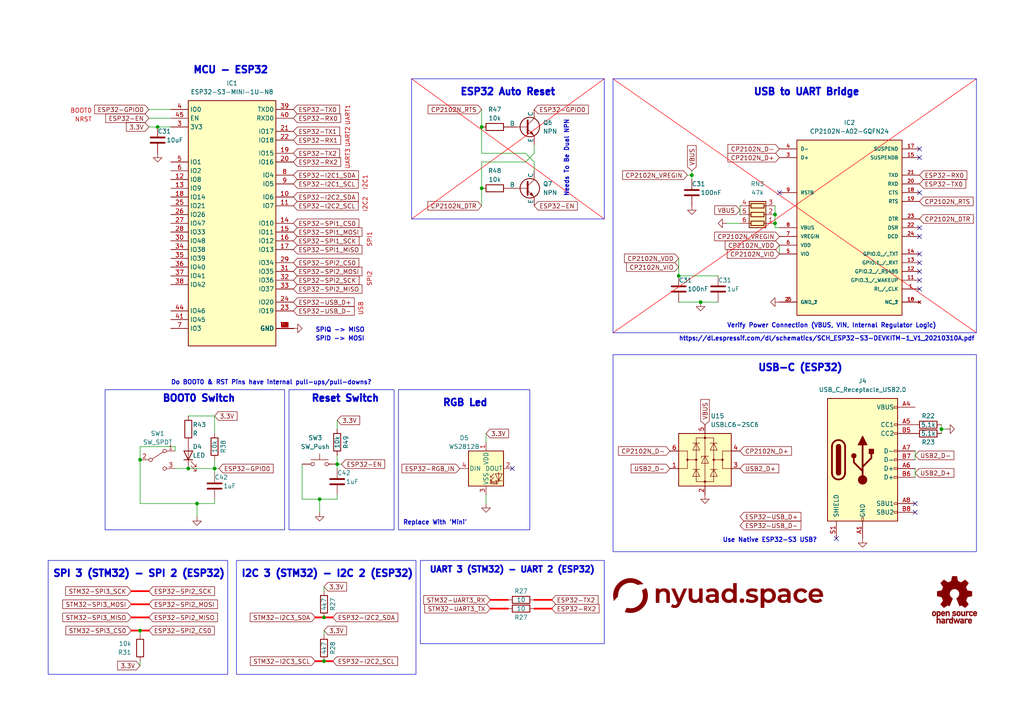
<source format=kicad_sch>
(kicad_sch (version 20230121) (generator eeschema)
  (paper "A4")
  (title_block (title "MCU - ESP32 Schematic") (company "Aether Flight Computer") (comment 7 "Aether Flight Computer"))
  (lib_symbols
    (symbol "CP2102N-A02-GQFN24:CP2102N-A02-GQFN24" (pin_names (offset 1.016))
      (property "Reference" "IC2" (at 0 30.48 0))
      (property "Value" "CP2102N-A02-GQFN24" (at 0 27.94 0))
      (symbol "CP2102N-A02-GQFN24_0_0"
        (pin bidirectional line (at 17.78 -17.78 180) (length 5.08) (name "RI_/_CLK") (number "1"))
        (pin no_connect line (at 17.78 -21.59 180) (length 5.08) (name "NC_1") (number "10"))
        (pin bidirectional line (at 17.78 -15.24 180) (length 5.08) (name "GPIO.3_/_WAKEUP") (number "11"))
        (pin bidirectional line (at 17.78 -12.7 180) (length 5.08) (name "GPIO.2_/_RS485") (number "12"))
        (pin bidirectional line (at 17.78 -10.16 180) (length 5.08) (name "GPIO.1_/_RXT") (number "13"))
        (pin bidirectional line (at 17.78 -7.62 180) (length 5.08) (name "GPIO.0_/_TXT") (number "14"))
        (pin output line (at 17.78 20.32 180) (length 5.08) (name "SUSPENDB") (number "15"))
        (pin no_connect line (at 17.78 -21.59 180) (length 5.08) (name "NC_2") (number "16"))
        (pin output line (at 17.78 22.86 180) (length 5.08) (name "SUSPEND") (number "17"))
        (pin bidirectional line (at 17.78 10.16 180) (length 5.08) (name "CTS") (number "18"))
        (pin output line (at 17.78 7.62 180) (length 5.08) (name "RTS") (number "19"))
        (pin power_in line (at -22.86 -21.59 0) (length 5.08) (name "GND_1") (number "2"))
        (pin input line (at 17.78 12.7 180) (length 5.08) (name "RXD") (number "20"))
        (pin output line (at 17.78 15.24 180) (length 5.08) (name "TXD") (number "21"))
        (pin bidirectional line (at 17.78 0 180) (length 5.08) (name "DSR") (number "22"))
        (pin bidirectional line (at 17.78 2.54 180) (length 5.08) (name "DTR") (number "23"))
        (pin bidirectional line (at 17.78 -2.54 180) (length 5.08) (name "DCD") (number "24"))
        (pin power_in line (at -22.86 -21.59 0) (length 5.08) (name "GND_2") (number "25"))
        (pin bidirectional line (at -22.86 20.32 0) (length 5.08) (name "D+") (number "3"))
        (pin bidirectional line (at -22.86 22.86 0) (length 5.08) (name "D-") (number "4"))
        (pin power_in line (at -22.86 -7.62 0) (length 5.08) (name "VIO") (number "5"))
        (pin power_in line (at -22.86 -5.08 0) (length 5.08) (name "VDD") (number "6"))
        (pin power_in line (at -22.86 -2.54 0) (length 5.08) (name "VREGIN") (number "7"))
        (pin power_in line (at -22.86 0 0) (length 5.08) (name "VBUS") (number "8"))
        (pin bidirectional line (at -22.86 10.16 0) (length 5.08) (name "RSTB") (number "9"))
      )
    )
    (symbol "Connector:USB_C_Receptacle_USB2.0" (pin_names (offset 1.016))
      (property "Reference" "J" (at -10.16 19.05 0))
      (property "Value" "USB_C_Receptacle_USB2.0" (at 19.05 19.05 0))
      (symbol "USB_C_Receptacle_USB2.0_1_1"
        (pin passive line (at 0 -22.86 90) (length 5.08) (name "GND") (number "A1"))
        (pin passive line (at 0 -22.86 90) (length 5.08) hide (name "GND") (number "A12"))
        (pin passive line (at 15.24 15.24 180) (length 5.08) (name "VBUS") (number "A4"))
        (pin bidirectional line (at 15.24 10.16 180) (length 5.08) (name "CC1") (number "A5"))
        (pin bidirectional line (at 15.24 -2.54 180) (length 5.08) (name "D+") (number "A6"))
        (pin bidirectional line (at 15.24 2.54 180) (length 5.08) (name "D-") (number "A7"))
        (pin bidirectional line (at 15.24 -12.7 180) (length 5.08) (name "SBU1") (number "A8"))
        (pin passive line (at 15.24 15.24 180) (length 5.08) hide (name "VBUS") (number "A9"))
        (pin passive line (at 0 -22.86 90) (length 5.08) hide (name "GND") (number "B1"))
        (pin passive line (at 0 -22.86 90) (length 5.08) hide (name "GND") (number "B12"))
        (pin passive line (at 15.24 15.24 180) (length 5.08) hide (name "VBUS") (number "B4"))
        (pin bidirectional line (at 15.24 7.62 180) (length 5.08) (name "CC2") (number "B5"))
        (pin bidirectional line (at 15.24 -5.08 180) (length 5.08) (name "D+") (number "B6"))
        (pin bidirectional line (at 15.24 0 180) (length 5.08) (name "D-") (number "B7"))
        (pin bidirectional line (at 15.24 -15.24 180) (length 5.08) (name "SBU2") (number "B8"))
        (pin passive line (at 15.24 15.24 180) (length 5.08) hide (name "VBUS") (number "B9"))
        (pin passive line (at -7.62 -22.86 90) (length 5.08) (name "SHIELD") (number "S1"))
      )
    )
    (symbol "Device:C" (pin_numbers hide) (pin_names (offset 0.254))
      (property "Reference" "C" (at 0.635 2.54 0))
      (property "Value" "C" (at 0.635 -2.54 0))
      (symbol "C_1_1"
        (pin passive line (at 0 3.81 270) (length 2.794) (name "~") (number "1"))
        (pin passive line (at 0 -3.81 90) (length 2.794) (name "~") (number "2"))
      )
    )
    (symbol "Device:LED" (pin_numbers hide) (pin_names (offset 1.016) hide)
      (property "Reference" "D" (at 0 2.54 0))
      (property "Value" "LED" (at 0 -2.54 0))
      (symbol "LED_1_1"
        (pin passive line (at -3.81 0 0) (length 2.54) (name "K") (number "1"))
        (pin passive line (at 3.81 0 180) (length 2.54) (name "A") (number "2"))
      )
    )
    (symbol "Device:R" (pin_numbers hide) (pin_names (offset 0))
      (property "Reference" "R" (at 2.032 0 90))
      (property "Value" "R" (at 0 0 90))
      (symbol "R_1_1"
        (pin passive line (at 0 3.81 270) (length 1.27) (name "~") (number "1"))
        (pin passive line (at 0 -3.81 90) (length 1.27) (name "~") (number "2"))
      )
    )
    (symbol "Device:R_Pack03" (pin_names (offset 0) hide)
      (property "Reference" "RN" (at -5.08 0 90))
      (property "Value" "R_Pack03" (at 5.08 0 90))
      (symbol "R_Pack03_1_1"
        (pin passive line (at -2.54 -5.08 90) (length 2.54) (name "R1.1") (number "1"))
        (pin passive line (at 0 -5.08 90) (length 2.54) (name "R2.1") (number "2"))
        (pin passive line (at 2.54 -5.08 90) (length 2.54) (name "R3.1") (number "3"))
        (pin passive line (at 2.54 5.08 270) (length 2.54) (name "R3.2") (number "4"))
        (pin passive line (at 0 5.08 270) (length 2.54) (name "R2.2") (number "5"))
        (pin passive line (at -2.54 5.08 270) (length 2.54) (name "R1.2") (number "6"))
      )
    )
    (symbol "ESP32-S3-MINI-1U-N8:ESP32-S3-MINI-1U-N8"
      (property "Reference" "IC1" (at -3.81 40.64 0))
      (property "Value" "ESP32-S3-MINI-1U-N8" (at -3.81 38.1 0))
      (symbol "ESP32-S3-MINI-1U-N8_1_1"
        (pin passive line (at 13.97 -30.48 180) (length 5.08) (name "GND") (number "1"))
        (pin passive line (at 13.97 7.62 180) (length 5.08) (name "IO6") (number "10"))
        (pin passive line (at 13.97 5.08 180) (length 5.08) (name "IO7") (number "11"))
        (pin passive line (at -21.59 12.7 0) (length 5.08) (name "IO8") (number "12"))
        (pin passive line (at -21.59 10.16 0) (length 5.08) (name "IO9") (number "13"))
        (pin passive line (at 13.97 0 180) (length 5.08) (name "IO10") (number "14"))
        (pin passive line (at 13.97 -2.54 180) (length 5.08) (name "IO11") (number "15"))
        (pin passive line (at 13.97 -5.08 180) (length 5.08) (name "IO12") (number "16"))
        (pin passive line (at 13.97 -7.62 180) (length 5.08) (name "IO13") (number "17"))
        (pin passive line (at -21.59 7.62 0) (length 5.08) (name "IO14") (number "18"))
        (pin passive line (at 13.97 20.32 180) (length 5.08) (name "IO15") (number "19"))
        (pin passive line (at 13.97 -30.48 180) (length 5.08) (name "GND") (number "2"))
        (pin passive line (at 13.97 17.78 180) (length 5.08) (name "IO16") (number "20"))
        (pin passive line (at 13.97 26.67 180) (length 5.08) (name "IO17") (number "21"))
        (pin passive line (at 13.97 24.13 180) (length 5.08) (name "IO18") (number "22"))
        (pin passive line (at 13.97 -25.4 180) (length 5.08) (name "IO19") (number "23"))
        (pin passive line (at 13.97 -22.86 180) (length 5.08) (name "IO20") (number "24"))
        (pin passive line (at -21.59 5.08 0) (length 5.08) (name "IO21") (number "25"))
        (pin passive line (at -21.59 2.54 0) (length 5.08) (name "IO26") (number "26"))
        (pin passive line (at -21.59 0 0) (length 5.08) (name "IO47") (number "27"))
        (pin passive line (at -21.59 -2.54 0) (length 5.08) (name "IO33") (number "28"))
        (pin passive line (at 13.97 -11.43 180) (length 5.08) (name "IO34") (number "29"))
        (pin passive line (at -21.59 27.94 0) (length 5.08) (name "3V3") (number "3"))
        (pin passive line (at -21.59 -5.08 0) (length 5.08) (name "IO48") (number "30"))
        (pin passive line (at 13.97 -13.97 180) (length 5.08) (name "IO35") (number "31"))
        (pin passive line (at 13.97 -16.51 180) (length 5.08) (name "IO36") (number "32"))
        (pin passive line (at 13.97 -19.05 180) (length 5.08) (name "IO37") (number "33"))
        (pin passive line (at -21.59 -7.62 0) (length 5.08) (name "IO38") (number "34"))
        (pin passive line (at -21.59 -10.16 0) (length 5.08) (name "IO39") (number "35"))
        (pin passive line (at -21.59 -12.7 0) (length 5.08) (name "IO40") (number "36"))
        (pin passive line (at -21.59 -15.24 0) (length 5.08) (name "IO41") (number "37"))
        (pin passive line (at -21.59 -17.78 0) (length 5.08) (name "IO42") (number "38"))
        (pin passive line (at 13.97 33.02 180) (length 5.08) (name "TXD0") (number "39"))
        (pin passive line (at -21.59 33.02 0) (length 5.08) (name "IO0") (number "4"))
        (pin passive line (at 13.97 30.48 180) (length 5.08) (name "RXD0") (number "40"))
        (pin passive line (at -21.59 -27.94 0) (length 5.08) (name "IO45") (number "41"))
        (pin passive line (at 13.97 -30.48 180) (length 5.08) (name "GND") (number "42"))
        (pin passive line (at 13.97 -30.48 180) (length 5.08) (name "GND") (number "43"))
        (pin passive line (at -21.59 -25.4 0) (length 5.08) (name "IO46") (number "44"))
        (pin passive line (at -21.59 30.48 0) (length 5.08) (name "EN") (number "45"))
        (pin passive line (at 13.97 -30.48 180) (length 5.08) (name "GND") (number "46"))
        (pin passive line (at 13.97 -30.48 180) (length 5.08) (name "GND") (number "47"))
        (pin passive line (at 13.97 -30.48 180) (length 5.08) (name "GND") (number "48"))
        (pin passive line (at 13.97 -30.48 180) (length 5.08) (name "GND") (number "49"))
        (pin passive line (at -21.59 17.78 0) (length 5.08) (name "IO1") (number "5"))
        (pin passive line (at 13.97 -30.48 180) (length 5.08) (name "GND") (number "50"))
        (pin passive line (at 13.97 -30.48 180) (length 5.08) (name "GND") (number "51"))
        (pin passive line (at 13.97 -30.48 180) (length 5.08) (name "GND") (number "52"))
        (pin passive line (at 13.97 -30.48 180) (length 5.08) (name "GND") (number "53"))
        (pin passive line (at 13.97 -30.48 180) (length 5.08) (name "GND") (number "54"))
        (pin passive line (at 13.97 -30.48 180) (length 5.08) (name "GND") (number "55"))
        (pin passive line (at 13.97 -30.48 180) (length 5.08) (name "GND") (number "56"))
        (pin passive line (at 13.97 -30.48 180) (length 5.08) (name "GND") (number "57"))
        (pin passive line (at 13.97 -30.48 180) (length 5.08) (name "GND") (number "58"))
        (pin passive line (at 13.97 -30.48 180) (length 5.08) (name "GND") (number "59"))
        (pin passive line (at -21.59 15.24 0) (length 5.08) (name "IO2") (number "6"))
        (pin passive line (at 13.97 -30.48 180) (length 5.08) (name "GND") (number "60"))
        (pin passive line (at 13.97 -30.48 180) (length 5.08) (name "GND") (number "61"))
        (pin passive line (at 13.97 -30.48 180) (length 5.08) (name "GND") (number "62"))
        (pin passive line (at 13.97 -30.48 180) (length 5.08) (name "GND") (number "63"))
        (pin passive line (at 13.97 -30.48 180) (length 5.08) (name "GND") (number "64"))
        (pin passive line (at 13.97 -30.48 180) (length 5.08) (name "GND") (number "65"))
        (pin passive line (at 13.97 -30.48 180) (length 5.08) (name "GND") (number "66"))
        (pin passive line (at 13.97 -30.48 180) (length 5.08) (name "GND") (number "67"))
        (pin passive line (at 13.97 -30.48 180) (length 5.08) (name "GND") (number "68"))
        (pin passive line (at 13.97 -30.48 180) (length 5.08) (name "GND") (number "69"))
        (pin passive line (at -21.59 -30.48 0) (length 5.08) (name "IO3") (number "7"))
        (pin passive line (at 13.97 -30.48 180) (length 5.08) (name "GND") (number "70"))
        (pin passive line (at 13.97 -30.48 180) (length 5.08) (name "GND") (number "71"))
        (pin passive line (at 13.97 -30.48 180) (length 5.08) (name "GND") (number "72"))
        (pin passive line (at 13.97 -30.48 180) (length 5.08) (name "GND") (number "73"))
        (pin passive line (at 13.97 13.97 180) (length 5.08) (name "IO4") (number "8"))
        (pin passive line (at 13.97 11.43 180) (length 5.08) (name "IO5") (number "9"))
      )
    )
    (symbol "LED:WS2812B" (pin_names (offset 0.254))
      (property "Reference" "D" (at 5.08 5.715 0))
      (property "Value" "WS2812B" (at 1.27 -5.715 0))
      (symbol "WS2812B_0_0"
        (text "RGB" (at 2.286 -4.191 0) (effects (font (size 0.762 0.762))))
      )
      (symbol "WS2812B_1_1"
        (pin power_in line (at 0 7.62 270) (length 2.54) (name "VDD") (number "1"))
        (pin output line (at 7.62 0 180) (length 2.54) (name "DOUT") (number "2"))
        (pin power_in line (at 0 -7.62 90) (length 2.54) (name "VSS") (number "3"))
        (pin input line (at -7.62 0 0) (length 2.54) (name "DIN") (number "4"))
      )
    )
    (symbol "Power_Protection:USBLC6-2SC6" (pin_names hide)
      (property "Reference" "U" (at 2.54 8.89 0))
      (property "Value" "USBLC6-2SC6" (at 2.54 -8.89 0))
      (symbol "USBLC6-2SC6_1_1"
        (pin passive line (at -10.16 -2.54 0) (length 2.54) (name "I/O1") (number "1"))
        (pin passive line (at 0 -10.16 90) (length 2.54) (name "GND") (number "2"))
        (pin passive line (at 10.16 -2.54 180) (length 2.54) (name "I/O2") (number "3"))
        (pin passive line (at 10.16 2.54 180) (length 2.54) (name "I/O2") (number "4"))
        (pin passive line (at 0 10.16 270) (length 2.54) (name "VBUS") (number "5"))
        (pin passive line (at -10.16 2.54 0) (length 2.54) (name "I/O1") (number "6"))
      )
    )
    (symbol "Simulation_SPICE:NPN" (pin_numbers hide) (pin_names (offset 0))
      (property "Reference" "Q" (at -2.54 7.62 0))
      (property "Value" "NPN" (at -2.54 5.08 0))
      (symbol "NPN_1_1"
        (pin open_collector line (at 2.54 5.08 270) (length 2.54) (name "C") (number "1"))
        (pin input line (at -5.08 0 0) (length 2.54) (name "B") (number "2"))
        (pin open_emitter line (at 2.54 -5.08 90) (length 2.54) (name "E") (number "3"))
      )
    )
    (symbol "Switch:SW_Push" (pin_numbers hide) (pin_names (offset 1.016) hide)
      (property "Reference" "SW" (at 1.27 2.54 0))
      (property "Value" "SW_Push" (at 0 -1.524 0))
      (symbol "SW_Push_0_1"
        (pin passive line (at -5.08 0 0) (length 2.54) (name "1") (number "1"))
        (pin passive line (at 5.08 0 180) (length 2.54) (name "2") (number "2"))
      )
    )
    (symbol "Switch:SW_SPDT" (pin_names (offset 0) hide)
      (property "Reference" "SW" (at 0 4.318 0))
      (property "Value" "SW_SPDT" (at 0 -5.08 0))
      (symbol "SW_SPDT_1_1"
        (pin passive line (at 5.08 2.54 180) (length 2.54) (name "A") (number "1"))
        (pin passive line (at -5.08 0 0) (length 2.54) (name "B") (number "2"))
        (pin passive line (at 5.08 -2.54 180) (length 2.54) (name "C") (number "3"))
      )
    )
    (symbol "nyuad_space:LOGO" (pin_names (offset 1.016)))
    (symbol "osh_logo:LOGO" (pin_names (offset 1.016)))
    (symbol "power:GND" (power) (pin_names (offset 0))
      (property "Value" "GND" (at 0 -3.81 0))
      (symbol "GND_1_1"
        (pin power_in line (at 0 0 270) (length 0) hide (name "GND") (number "1"))
      )
    )
  )
  (junction (at 40.64 133.35))
  (junction (at 54.61 135.89))
  (junction (at 139.7 54.61))
  (junction (at 93.98 191.77))
  (junction (at 92.71 144.78))
  (junction (at 273.05 124.46))
  (junction (at 97.79 134.62))
  (junction (at 224.79 64.77))
  (junction (at 57.15 146.05))
  (junction (at 224.79 62.23))
  (junction (at 40.64 182.88))
  (junction (at 93.98 179.07))
  (junction (at 62.23 135.89))
  (junction (at 45.72 36.83))
  (junction (at 196.85 80.01))
  (junction (at 203.2 87.63))
  (junction (at 139.7 36.83))
  (junction (at 200.66 50.8))
  (no_connect (at 265.43 148.59))
  (no_connect (at 242.57 156.21))
  (no_connect (at 148.59 135.89))
  (no_connect (at 266.7 45.72))
  (no_connect (at 266.7 66.04))
  (no_connect (at 266.7 76.2))
  (no_connect (at 266.7 78.74))
  (no_connect (at 266.7 73.66))
  (no_connect (at 266.7 43.18))
  (no_connect (at 265.43 146.05))
  (no_connect (at 266.7 81.28))
  (no_connect (at 226.06 55.88))
  (no_connect (at 266.7 55.88))
  (no_connect (at 266.7 68.58))
  (no_connect (at 266.7 83.82))
  (wire (pts (xy 152.4 46.99) (xy 154.94 44.45)))
  (wire (pts (xy 57.15 149.86) (xy 57.15 146.05)))
  (wire (pts (xy 93.98 170.18) (xy 93.98 171.45)))
  (wire (pts (xy 93.98 179.07) (xy 91.44 179.07)) (stroke (width 0.5) (color 255 0 0 1)))
  (wire (pts (xy 154.94 49.53) (xy 154.94 46.99)))
  (polyline (pts (xy 283.21 96.52) (xy 177.8 22.86)) (stroke (width 0) (color 255 0 0 1)))
  (wire (pts (xy 57.15 146.05) (xy 62.23 146.05)))
  (wire (pts (xy 226.06 71.12) (xy 226.06 73.66)))
  (wire (pts (xy 265.43 130.81) (xy 265.43 133.35)))
  (wire (pts (xy 97.79 121.92) (xy 97.79 124.46)))
  (wire (pts (xy 49.53 36.83) (xy 45.72 36.83)))
  (wire (pts (xy 200.66 50.8) (xy 200.66 52.07)))
  (wire (pts (xy 62.23 146.05) (xy 62.23 144.78)))
  (wire (pts (xy 139.7 46.99) (xy 152.4 46.99)))
  (wire (pts (xy 50.8 130.81) (xy 50.8 129.54)))
  (wire (pts (xy 54.61 120.65) (xy 62.23 120.65)))
  (wire (pts (xy 45.72 36.83) (xy 43.18 36.83)))
  (wire (pts (xy 57.15 146.05) (xy 40.64 146.05)))
  (wire (pts (xy 97.79 135.89) (xy 97.79 134.62)))
  (wire (pts (xy 92.71 144.78) (xy 87.63 144.78)))
  (wire (pts (xy 224.79 59.69) (xy 224.79 62.23)))
  (wire (pts (xy 210.82 64.77) (xy 214.63 64.77)))
  (wire (pts (xy 160.02 176.53) (xy 154.94 176.53)) (stroke (width 0.5) (color 255 0 0 1)))
  (wire (pts (xy 50.8 135.89) (xy 54.61 135.89)))
  (wire (pts (xy 147.32 176.53) (xy 142.24 176.53)) (stroke (width 0.5) (color 255 0 0 1)))
  (wire (pts (xy 224.79 62.23) (xy 224.79 64.77)))
  (wire (pts (xy 92.71 144.78) (xy 97.79 144.78)))
  (wire (pts (xy 93.98 182.88) (xy 93.98 184.15)))
  (wire (pts (xy 273.05 124.46) (xy 273.05 125.73)))
  (wire (pts (xy 273.05 124.46) (xy 274.32 124.46)))
  (wire (pts (xy 273.05 123.19) (xy 273.05 124.46)))
  (wire (pts (xy 154.94 41.91) (xy 154.94 44.45)))
  (wire (pts (xy 40.64 133.35) (xy 40.64 146.05)))
  (wire (pts (xy 97.79 134.62) (xy 99.06 134.62)))
  (wire (pts (xy 199.39 50.8) (xy 200.66 50.8)))
  (wire (pts (xy 139.7 36.83) (xy 139.7 44.45)))
  (wire (pts (xy 139.7 31.75) (xy 139.7 36.83)))
  (wire (pts (xy 214.63 59.69) (xy 214.63 62.23)))
  (polyline (pts (xy 175.26 63.5) (xy 119.38 22.86)) (stroke (width 0) (color 255 0 0 1)))
  (polyline (pts (xy 175.26 22.86) (xy 119.38 63.5)) (stroke (width 0) (color 255 0 0 1)))
  (wire (pts (xy 139.7 46.99) (xy 139.7 54.61)))
  (wire (pts (xy 97.79 132.08) (xy 97.79 134.62)))
  (wire (pts (xy 224.79 66.04) (xy 226.06 66.04)))
  (wire (pts (xy 43.18 34.29) (xy 49.53 34.29)))
  (wire (pts (xy 196.85 74.93) (xy 196.85 80.01)))
  (wire (pts (xy 43.18 31.75) (xy 49.53 31.75)))
  (wire (pts (xy 96.52 191.77) (xy 93.98 191.77)) (stroke (width 0.5) (color 255 0 0 1)))
  (polyline (pts (xy 177.8 96.52) (xy 283.21 22.86)) (stroke (width 0) (color 255 0 0 1)))
  (wire (pts (xy 50.8 129.54) (xy 40.64 129.54)))
  (wire (pts (xy 97.79 144.78) (xy 97.79 143.51)))
  (wire (pts (xy 154.94 46.99) (xy 152.4 44.45)))
  (wire (pts (xy 87.63 144.78) (xy 87.63 134.62)))
  (wire (pts (xy 43.18 175.26) (xy 38.1 175.26)) (stroke (width 0.5) (color 255 0 0 1)))
  (wire (pts (xy 62.23 120.65) (xy 62.23 125.73)))
  (wire (pts (xy 139.7 54.61) (xy 139.7 59.69)))
  (wire (pts (xy 54.61 135.89) (xy 62.23 135.89)))
  (wire (pts (xy 40.64 129.54) (xy 40.64 133.35)))
  (wire (pts (xy 224.79 64.77) (xy 224.79 66.04)))
  (wire (pts (xy 200.66 49.53) (xy 200.66 50.8)))
  (wire (pts (xy 43.18 171.45) (xy 38.1 171.45)) (stroke (width 0.5) (color 255 0 0 1)))
  (wire (pts (xy 139.7 44.45) (xy 152.4 44.45)))
  (wire (pts (xy 40.64 182.88) (xy 38.1 182.88)) (stroke (width 0.5) (color 255 0 0 1)))
  (wire (pts (xy 62.23 137.16) (xy 62.23 135.89)))
  (wire (pts (xy 265.43 135.89) (xy 265.43 138.43)))
  (wire (pts (xy 196.85 80.01) (xy 208.28 80.01)))
  (wire (pts (xy 203.2 87.63) (xy 208.28 87.63)))
  (wire (pts (xy 40.64 193.04) (xy 40.64 191.77)))
  (wire (pts (xy 43.18 182.88) (xy 40.64 182.88)) (stroke (width 0.5) (color 255 0 0 1)))
  (wire (pts (xy 160.02 173.99) (xy 154.94 173.99)) (stroke (width 0.5) (color 255 0 0 1)))
  (wire (pts (xy 92.71 148.59) (xy 92.71 144.78)))
  (wire (pts (xy 43.18 179.07) (xy 38.1 179.07)) (stroke (width 0.5) (color 255 0 0 1)))
  (wire (pts (xy 62.23 135.89) (xy 63.5 135.89)))
  (wire (pts (xy 40.64 184.15) (xy 40.64 182.88)))
  (wire (pts (xy 147.32 173.99) (xy 142.24 173.99)) (stroke (width 0.5) (color 255 0 0 1)))
  (wire (pts (xy 203.2 87.63) (xy 196.85 87.63)))
  (wire (pts (xy 96.52 179.07) (xy 93.98 179.07)) (stroke (width 0.5) (color 255 0 0 1)))
  (wire (pts (xy 140.97 125.73) (xy 140.97 128.27)))
  (wire (pts (xy 140.97 146.05) (xy 140.97 143.51)))
  (wire (pts (xy 62.23 133.35) (xy 62.23 135.89)))
  (wire (pts (xy 93.98 191.77) (xy 91.44 191.77)) (stroke (width 0.5) (color 255 0 0 1)))
  (rectangle (start 83.82 113.03) (end 114.3 153.67))
  (rectangle (start 115.57 113.03) (end 153.67 153.67))
  (rectangle (start 68.58 162.56) (end 120.65 195.58))
  (rectangle (start 13.97 162.56) (end 66.04 195.58))
  (rectangle (start 121.92 162.56) (end 175.26 186.69))
  (rectangle (start 119.38 22.86) (end 175.26 63.5))
  (rectangle (start 30.48 113.03) (end 82.55 153.67))
  (rectangle (start 177.8 102.87) (end 283.21 160.02))
  (rectangle (start 177.8 22.86) (end 283.21 96.52))
  (text "I2C1" (at 106.68 50.8 90) (effects (font (size 1.27 1.27)) (justify right bottom)))
  (text "SPI 3 (STM32) - SPI 2 (ESP32)\n" (at 15.24 167.64 0) (effects (font (size 2 2) (thickness 0.8) bold) (justify left bottom)))
  (text "Use Native ESP32-S3 USB?" (at 209.55 157.48 0) (effects (font (size 1.27 1.27) bold) (justify left bottom)))
  (text "NRST" (at 26.67 35.56 0) (effects (font (size 1.27 1.27)) (justify right bottom)))
  (text "UART2" (at 101.6 36.83 90) (effects (font (size 1.27 1.27)) (justify right bottom)))
  (text "BOOT0 Switch" (at 46.99 116.84 0) (effects (font (size 2 2) (thickness 0.8) bold) (justify left bottom)))
  (text "RGB Led" (at 128.27 118.11 0) (effects (font (size 2 2) (thickness 0.8) bold) (justify left bottom)))
  (text "I2C 3 (STM32) - I2C 2 (ESP32)\n" (at 69.85 167.64 0) (effects (font (size 2 2) (thickness 0.8) bold) (justify left bottom)))
  (text "SPID -> MOSI" (at 91.44 99.06 0) (effects (font (size 1.27 1.27) bold) (justify left bottom)))
  (text "USB-C (ESP32)" (at 219.71 107.95 0) (effects (font (size 2 2) (thickness 0.8) bold) (justify left bottom)))
  (text "Replace With 'Mini'" (at 116.84 152.4 0) (effects (font (size 1.27 1.27) bold) (justify left bottom)))
  (text "Reset Switch" (at 90.17 116.84 0) (effects (font (size 2 2) (thickness 0.8) bold) (justify left bottom)))
  (text "SPIQ -> MISO" (at 91.44 96.52 0) (effects (font (size 1.27 1.27) bold) (justify left bottom)))
  (text "MCU - ESP32" (at 55.88 21.59 0) (effects (font (size 2 2) (thickness 0.8) bold) (justify left bottom)))
  (text "Needs To Be Dual NPN" (at 165.1 57.15 90) (effects (font (size 1.27 1.27) bold) (justify left bottom)))
  (text "BOOT0" (at 26.67 33.02 0) (effects (font (size 1.27 1.27)) (justify right bottom)))
  (text "UART1" (at 101.6 30.48 90) (effects (font (size 1.27 1.27)) (justify right bottom)))
  (text "UART 3 (STM32) - UART 2 (ESP32)\n" (at 124.46 166.37 0) (effects (font (size 1.75 1.75) (thickness 0.8) bold) (justify left bottom)))
  (text "I2C2" (at 106.68 57.15 90) (effects (font (size 1.27 1.27)) (justify right bottom)))
  (text "USB to UART Bridge" (at 218.44 27.94 0) (effects (font (size 2 2) (thickness 0.8) bold) (justify left bottom)))
  (text "ESP32 Auto Reset" (at 133.35 27.94 0) (effects (font (size 2 2) (thickness 0.8) bold) (justify left bottom)))
  (text "Verify Power Connection (VBUS, VIN, Internal Regulator Logic)" (at 210.82 95.25 0) (effects (font (size 1.27 1.27) bold) (justify left bottom)))
  (text "UART3" (at 101.6 43.18 90) (effects (font (size 1.27 1.27)) (justify right bottom)))
  (text "https://dl.espressif.com/dl/schematics/SCH_ESP32-S3-DEVKITM-1_V1_20210310A.pdf" (at 196.85 99.06 0) (effects (font (size 1.27 1.27) bold) (justify left bottom)))
  (text "Do BOOT0 & RST Pins have internal pull-ups/pull-downs?" (at 49.53 111.76 0) (effects (font (size 1.27 1.27) bold) (justify left bottom)))
  (text "SPI2" (at 107.95 78.74 90) (effects (font (size 1.27 1.27)) (justify right bottom)))
  (text "USB" (at 105.41 87.63 90) (effects (font (size 1.27 1.27)) (justify right bottom)))
  (text "SPI1" (at 107.95 67.31 90) (effects (font (size 1.27 1.27)) (justify right bottom)))
  (global_label "3.3V" (shape input) (at 62.23 120.65 0) (property "Intersheetrefs" "${INTERSHEET_REFS}" (effects hide)))
  (global_label "ESP32-SPI2_CS0" (shape input) (at 85.09 76.2 0) (property "Intersheetrefs" "${INTERSHEET_REFS}" (effects hide)))
  (global_label "ESP32-RX1" (shape input) (at 85.09 40.64 0) (property "Intersheetrefs" "${INTERSHEET_REFS}" (effects hide)))
  (global_label "ESP32-RX2" (shape input) (at 85.09 46.99 0) (property "Intersheetrefs" "${INTERSHEET_REFS}" (effects hide)))
  (global_label "ESP32-USB_D-" (shape input) (at 85.09 90.17 0) (property "Intersheetrefs" "${INTERSHEET_REFS}" (effects hide)))
  (global_label "ESP32-I2C1_SCL" (shape input) (at 85.09 53.34 0) (property "Intersheetrefs" "${INTERSHEET_REFS}" (effects hide)))
  (global_label "ESP32-EN" (shape input) (at 154.94 59.69 0) (property "Intersheetrefs" "${INTERSHEET_REFS}" (effects hide)))
  (global_label "CP2102N_D+" (shape input) (at 226.06 45.72 180) (property "Intersheetrefs" "${INTERSHEET_REFS}" (effects hide)))
  (global_label "ESP32-I2C2_SCL" (shape input) (at 96.52 191.77 0) (property "Intersheetrefs" "${INTERSHEET_REFS}" (effects hide)))
  (global_label "USB2_D-" (shape input) (at 194.31 135.89 180) (property "Intersheetrefs" "${INTERSHEET_REFS}" (effects hide)))
  (global_label "CP2102N_VDD" (shape input) (at 226.06 71.12 180) (property "Intersheetrefs" "${INTERSHEET_REFS}" (effects hide)))
  (global_label "CP2102N_VDD" (shape input) (at 196.85 74.93 180) (property "Intersheetrefs" "${INTERSHEET_REFS}" (effects hide)))
  (global_label "ESP32-GPIO0" (shape input) (at 63.5 135.89 0) (property "Intersheetrefs" "${INTERSHEET_REFS}" (effects hide)))
  (global_label "USB2_D+" (shape input) (at 214.63 135.89 0) (property "Intersheetrefs" "${INTERSHEET_REFS}" (effects hide)))
  (global_label "ESP32-I2C2_SDA" (shape input) (at 96.52 179.07 0) (property "Intersheetrefs" "${INTERSHEET_REFS}" (effects hide)))
  (global_label "ESP32-I2C1_SDA" (shape input) (at 85.09 50.8 0) (property "Intersheetrefs" "${INTERSHEET_REFS}" (effects hide)))
  (global_label "ESP32-SPI2_CS0" (shape input) (at 43.18 182.88 0) (property "Intersheetrefs" "${INTERSHEET_REFS}" (effects hide)))
  (global_label "CP2102N_VIO" (shape input) (at 196.85 77.47 180) (property "Intersheetrefs" "${INTERSHEET_REFS}" (effects hide)))
  (global_label "3.3V" (shape input) (at 40.64 193.04 180) (property "Intersheetrefs" "${INTERSHEET_REFS}" (effects hide)))
  (global_label "CP2102N_D-" (shape input) (at 194.31 130.81 180) (property "Intersheetrefs" "${INTERSHEET_REFS}" (effects hide)))
  (global_label "STM32-I2C3_SDA" (shape input) (at 91.44 179.07 180) (property "Intersheetrefs" "${INTERSHEET_REFS}" (effects hide)))
  (global_label "CP2102N_RTS" (shape input) (at 139.7 31.75 180) (property "Intersheetrefs" "${INTERSHEET_REFS}" (effects hide)))
  (global_label "STM32-SPI3_SCK" (shape input) (at 38.1 171.45 180) (property "Intersheetrefs" "${INTERSHEET_REFS}" (effects hide)))
  (global_label "ESP32-SPI1_MISO" (shape input) (at 85.09 72.39 0) (property "Intersheetrefs" "${INTERSHEET_REFS}" (effects hide)))
  (global_label "CP2102N_DTR" (shape input) (at 266.7 63.5 0) (property "Intersheetrefs" "${INTERSHEET_REFS}" (effects hide)))
  (global_label "STM32-SPI3_MISO" (shape input) (at 38.1 179.07 180) (property "Intersheetrefs" "${INTERSHEET_REFS}" (effects hide)))
  (global_label "ESP32-SPI2_MOSI" (shape input) (at 85.09 78.74 0) (property "Intersheetrefs" "${INTERSHEET_REFS}" (effects hide)))
  (global_label "ESP32-TX0" (shape input) (at 266.7 53.34 0) (property "Intersheetrefs" "${INTERSHEET_REFS}" (effects hide)))
  (global_label "ESP32-USB_D+" (shape input) (at 214.63 149.86 0) (property "Intersheetrefs" "${INTERSHEET_REFS}" (effects hide)))
  (global_label "VBUS" (shape input) (at 214.63 60.96 180) (property "Intersheetrefs" "${INTERSHEET_REFS}" (effects hide)))
  (global_label "ESP32-EN" (shape input) (at 43.18 34.29 180) (property "Intersheetrefs" "${INTERSHEET_REFS}" (effects hide)))
  (global_label "CP2102N_VREGIN" (shape input) (at 226.06 68.58 180) (property "Intersheetrefs" "${INTERSHEET_REFS}" (effects hide)))
  (global_label "STM32-I2C3_SCL" (shape input) (at 91.44 191.77 180) (property "Intersheetrefs" "${INTERSHEET_REFS}" (effects hide)))
  (global_label "STM32-UART3_RX" (shape input) (at 142.24 173.99 180) (property "Intersheetrefs" "${INTERSHEET_REFS}" (effects hide)))
  (global_label "ESP32-GPIO0" (shape input) (at 43.18 31.75 180) (property "Intersheetrefs" "${INTERSHEET_REFS}" (effects hide)))
  (global_label "ESP32-RX0" (shape input) (at 85.09 34.29 0) (property "Intersheetrefs" "${INTERSHEET_REFS}" (effects hide)))
  (global_label "ESP32-SPI1_SCK" (shape input) (at 85.09 69.85 0) (property "Intersheetrefs" "${INTERSHEET_REFS}" (effects hide)))
  (global_label "CP2102N_VIO" (shape input) (at 226.06 73.66 180) (property "Intersheetrefs" "${INTERSHEET_REFS}" (effects hide)))
  (global_label "ESP32-SPI2_MISO" (shape input) (at 85.09 83.82 0) (property "Intersheetrefs" "${INTERSHEET_REFS}" (effects hide)))
  (global_label "ESP32-RX2" (shape input) (at 160.02 176.53 0) (property "Intersheetrefs" "${INTERSHEET_REFS}" (effects hide)))
  (global_label "3.3V" (shape input) (at 43.18 36.83 180) (property "Intersheetrefs" "${INTERSHEET_REFS}" (effects hide)))
  (global_label "ESP32-GPIO0" (shape input) (at 154.94 31.75 0) (property "Intersheetrefs" "${INTERSHEET_REFS}" (effects hide)))
  (global_label "USB2_D-" (shape input) (at 265.43 132.08 0) (property "Intersheetrefs" "${INTERSHEET_REFS}" (effects hide)))
  (global_label "3.3V" (shape input) (at 93.98 182.88 0) (property "Intersheetrefs" "${INTERSHEET_REFS}" (effects hide)))
  (global_label "ESP32-SPI1_MOSI" (shape input) (at 85.09 67.31 0) (property "Intersheetrefs" "${INTERSHEET_REFS}" (effects hide)))
  (global_label "ESP32-I2C2_SDA" (shape input) (at 85.09 57.15 0) (property "Intersheetrefs" "${INTERSHEET_REFS}" (effects hide)))
  (global_label "CP2102N_D-" (shape input) (at 226.06 43.18 180) (property "Intersheetrefs" "${INTERSHEET_REFS}" (effects hide)))
  (global_label "3.3V" (shape input) (at 97.79 121.92 0) (property "Intersheetrefs" "${INTERSHEET_REFS}" (effects hide)))
  (global_label "ESP32-SPI2_MISO" (shape input) (at 43.18 179.07 0) (property "Intersheetrefs" "${INTERSHEET_REFS}" (effects hide)))
  (global_label "ESP32-I2C2_SCL" (shape input) (at 85.09 59.69 0) (property "Intersheetrefs" "${INTERSHEET_REFS}" (effects hide)))
  (global_label "STM32-SPI3_CS0" (shape input) (at 38.1 182.88 180) (property "Intersheetrefs" "${INTERSHEET_REFS}" (effects hide)))
  (global_label "ESP32-EN" (shape input) (at 99.06 134.62 0) (property "Intersheetrefs" "${INTERSHEET_REFS}" (effects hide)))
  (global_label "ESP32-SPI2_SCK" (shape input) (at 43.18 171.45 0) (property "Intersheetrefs" "${INTERSHEET_REFS}" (effects hide)))
  (global_label "VBUS" (shape input) (at 200.66 49.53 90) (property "Intersheetrefs" "${INTERSHEET_REFS}" (effects hide)))
  (global_label "CP2102N_VREGIN" (shape input) (at 199.39 50.8 180) (property "Intersheetrefs" "${INTERSHEET_REFS}" (effects hide)))
  (global_label "CP2102N_DTR" (shape input) (at 139.7 59.69 180) (property "Intersheetrefs" "${INTERSHEET_REFS}" (effects hide)))
  (global_label "ESP32-RX0" (shape input) (at 266.7 50.8 0) (property "Intersheetrefs" "${INTERSHEET_REFS}" (effects hide)))
  (global_label "CP2102N_D+" (shape input) (at 214.63 130.81 0) (property "Intersheetrefs" "${INTERSHEET_REFS}" (effects hide)))
  (global_label "3.3V" (shape input) (at 140.97 125.73 0) (property "Intersheetrefs" "${INTERSHEET_REFS}" (effects hide)))
  (global_label "ESP32-TX1" (shape input) (at 85.09 38.1 0) (property "Intersheetrefs" "${INTERSHEET_REFS}" (effects hide)))
  (global_label "ESP32-USB_D+" (shape input) (at 85.09 87.63 0) (property "Intersheetrefs" "${INTERSHEET_REFS}" (effects hide)))
  (global_label "ESP32-TX2" (shape input) (at 85.09 44.45 0) (property "Intersheetrefs" "${INTERSHEET_REFS}" (effects hide)))
  (global_label "ESP32-RGB_IN" (shape input) (at 133.35 135.89 180) (property "Intersheetrefs" "${INTERSHEET_REFS}" (effects hide)))
  (global_label "3.3V" (shape input) (at 93.98 170.18 0) (property "Intersheetrefs" "${INTERSHEET_REFS}" (effects hide)))
  (global_label "ESP32-TX2" (shape input) (at 160.02 173.99 0) (property "Intersheetrefs" "${INTERSHEET_REFS}" (effects hide)))
  (global_label "ESP32-USB_D-" (shape input) (at 214.63 152.4 0) (property "Intersheetrefs" "${INTERSHEET_REFS}" (effects hide)))
  (global_label "CP2102N_RTS" (shape input) (at 266.7 58.42 0) (property "Intersheetrefs" "${INTERSHEET_REFS}" (effects hide)))
  (global_label "USB2_D+" (shape input) (at 265.43 137.16 0) (property "Intersheetrefs" "${INTERSHEET_REFS}" (effects hide)))
  (global_label "ESP32-SPI2_SCK" (shape input) (at 85.09 81.28 0) (property "Intersheetrefs" "${INTERSHEET_REFS}" (effects hide)))
  (global_label "ESP32-SPI2_MOSI" (shape input) (at 43.18 175.26 0) (property "Intersheetrefs" "${INTERSHEET_REFS}" (effects hide)))
  (global_label "STM32-SPI3_MOSI" (shape input) (at 38.1 175.26 180) (property "Intersheetrefs" "${INTERSHEET_REFS}" (effects hide)))
  (global_label "ESP32-TX0" (shape input) (at 85.09 31.75 0) (property "Intersheetrefs" "${INTERSHEET_REFS}" (effects hide)))
  (global_label "STM32-UART3_TX" (shape input) (at 142.24 176.53 180) (property "Intersheetrefs" "${INTERSHEET_REFS}" (effects hide)))
  (global_label "ESP32-SPI1_CS0" (shape input) (at 85.09 64.77 0) (property "Intersheetrefs" "${INTERSHEET_REFS}" (effects hide)))
  (global_label "VBUS" (shape input) (at 204.47 123.19 90) (property "Intersheetrefs" "${INTERSHEET_REFS}" (effects hide)))
  (symbol (lib_id "Device:R") (at 93.98 175.26 180) (unit 1)
    (property "Reference" "R27" (at 96.52 175.26 90))
    (property "Value" "4k7" (at 93.98 175.26 90))
    (property "Footprint" "Resistor_SMD:R_0201_0603Metric" (effects hide))
    (instances (project "aether" (path "" (reference "R27") (unit 1)) (path "" (reference "R28") (unit 1))))
  )
  (symbol (lib_id "CP2102N-A02-GQFN24:CP2102N-A02-GQFN24") (at 248.92 66.04 0) (unit 1)
    (property "Reference" "IC2" (at 246.38 35.56 0))
    (property "Value" "CP2102N-A02-GQFN24" (at 246.38 38.1 0))
    (property "Footprint" "QFN50P400X400X80-25N" (effects hide))
    (property "MANUFACTURER_NAME" "Silicon Labs" (effects hide))
    (property "MOUSER_PRICE-STOCK" "https://www.mouser.co.uk/ProductDetail/Silicon-Labs/CP2102N-A02-GQFN24?qs=u16ybLDytRYKabtL%2FE7DZA%3D%3D" (effects hide))
    (property "DESCRIPTION" "USB Interface IC USB to UART bridge - QFN24" (effects hide))
    (property "MOUSER_PART_NUMBER" "634-CP2102NA02GQFN24" (effects hide))
    (property "HEIGHT" "0.8mm" (effects hide))
    (property "ARROW_PRICE-STOCK" "https://www.arrow.com/en/products/cp2102n-a02-gqfn24/silicon-labs" (effects hide))
    (property "ARROW_PART_NUMBER" "CP2102N-A02-GQFN24" (effects hide))
    (property "MANUFACTURER_PART_NUMBER" "CP2102N-A02-GQFN24" (effects hide))
  )
  (symbol (lib_id "Switch:SW_SPDT") (at 45.72 133.35 0) (unit 1)
    (property "Reference" "SW1" (at 45.72 125.73 0))
    (property "Value" "SW_SPDT" (at 45.72 128.27 0))
    (instances (project "aether" (path "" (reference "SW1") (unit 1)) (path "" (reference "SW4") (unit 1))))
  )
  (symbol (lib_id "Device:C") (at 196.85 83.82 0) (unit 1)
    (property "Reference" "C31" (at 196.85 81.28 0) (effects (justify left)))
    (property "Value" "100nF" (at 199.39 83.82 0) (effects (justify left)))
    (property "Footprint" "Capacitor_SMD:C_0402_1005Metric" (effects hide))
    (instances (project "aether" (path "" (reference "C31") (unit 1)) (path "" (reference "C30") (unit 1)) (path "" (reference "C44") (unit 1))))
  )
  (symbol (lib_id "Device:R") (at 143.51 36.83 270) (unit 1)
    (property "Reference" "R47" (at 143.51 31.75 90))
    (property "Value" "10k" (at 143.51 34.29 90))
    (property "Footprint" "Resistor_SMD:R_0402_1005Metric" (effects hide))
  )
  (symbol (lib_id "Device:R") (at 54.61 124.46 180) (unit 1)
    (property "Reference" "R43" (at 55.88 123.19 0) (effects (justify right)))
    (property "Value" "R" (at 55.88 125.73 0) (effects (justify right)))
    (property "Footprint" "Resistor_SMD:R_0402_1005Metric" (effects hide))
    (instances (project "aether" (path "" (reference "R43") (unit 1)) (path "" (reference "R40") (unit 1))))
  )
  (symbol (lib_id "Simulation_SPICE:NPN") (at 152.4 54.61 0) (unit 1)
    (property "Reference" "Q7" (at 157.48 53.34 0) (effects (justify left)))
    (property "Value" "NPN" (at 157.48 55.88 0) (effects (justify left)))
    (property "Sim.Device" "NPN" (effects hide))
    (property "Sim.Type" "GUMMELPOON" (effects hide))
    (property "Sim.Pins" "1=C 2=B 3=E" (effects hide))
  )
  (symbol (lib_id "Device:R") (at 269.24 123.19 270) (unit 1)
    (property "Reference" "R22" (at 269.24 120.65 90))
    (property "Value" "5.1k" (at 269.24 123.19 90))
    (property "Footprint" "Resistor_SMD:R_0402_1005Metric" (effects hide))
  )
  (symbol (lib_id "LED:WS2812B") (at 140.97 135.89 0) (unit 1)
    (property "Reference" "D5" (at 134.62 127 0))
    (property "Value" "WS2812B" (at 134.62 129.54 0))
    (property "Footprint" "LED_SMD:LED_WS2812B_PLCC4_5.0x5.0mm_P3.2mm" (effects hide))
    (property "Datasheet" "https://cdn-shop.adafruit.com/datasheets/WS2812B.pdf" (effects hide))
    (instances (project "aether" (path "" (reference "D5") (unit 1)) (path "" (reference "D8") (unit 1))))
  )
  (symbol (lib_id "Device:R_Pack03") (at 219.71 62.23 90) (unit 1)
    (property "Reference" "RN3" (at 219.71 53.34 90))
    (property "Value" "47k" (at 219.71 55.88 90))
  )
  (symbol (lib_id "power:GND") (at 57.15 149.86 0) (unit 1)
    (property "Reference" "#PWR068" (effects hide))
    (property "Value" "GND" (effects hide))
    (instances (project "aether" (path "" (reference "#PWR068") (unit 1)) (path "" (reference "#PWR048") (unit 1))))
  )
  (symbol (lib_id "power:GND") (at 274.32 124.46 90) (unit 1)
    (property "Reference" "#PWR047" (effects hide))
    (property "Value" "GND" (effects hide))
  )
  (symbol (lib_id "power:GND") (at 203.2 87.63 0) (unit 1)
    (property "Reference" "#PWR045" (effects hide))
    (property "Value" "GND" (effects hide))
    (instances (project "aether" (path "" (reference "#PWR045") (unit 1)) (path "" (reference "#PWR077") (unit 1))))
  )
  (symbol (lib_id "power:GND") (at 226.06 87.63 270) (unit 1)
    (property "Reference" "#PWR045" (effects hide))
    (property "Value" "GND" (effects hide))
    (instances (project "aether" (path "" (reference "#PWR045") (unit 1)) (path "" (reference "#PWR075") (unit 1))))
  )
  (symbol (lib_id "Device:LED") (at 54.61 132.08 90) (unit 1)
    (property "Reference" "D4" (at 55.88 129.54 90) (effects (justify right)))
    (property "Value" "LED" (at 55.88 132.08 90) (effects (justify right)))
    (instances (project "aether" (path "" (reference "D4") (unit 1)) (path "" (reference "D10") (unit 1))))
  )
  (symbol (lib_id "Power_Protection:USBLC6-2SC6") (at 204.47 133.35 0) (unit 1)
    (property "Reference" "U15" (at 206.1211 120.65 0) (effects (justify left)))
    (property "Value" "USBLC6-2SC6" (at 206.1211 123.19 0) (effects (justify left)))
    (property "Footprint" "Package_TO_SOT_SMD:SOT-23-6" (effects hide))
    (property "Datasheet" "https://www.st.com/resource/en/datasheet/usblc6-2.pdf" (effects hide))
  )
  (symbol (lib_id "Device:R") (at 93.98 187.96 180) (unit 1)
    (property "Reference" "R28" (at 96.52 187.96 90))
    (property "Value" "4k7" (at 93.98 187.96 90))
    (property "Footprint" "Resistor_SMD:R_0201_0603Metric" (effects hide))
    (instances (project "aether" (path "" (reference "R28") (unit 1)) (path "" (reference "R31") (unit 1))))
  )
  (symbol (lib_id "Switch:SW_Push") (at 92.71 134.62 0) (unit 1)
    (property "Reference" "SW3" (at 91.44 127 0))
    (property "Value" "SW_Push" (at 91.44 129.54 0))
    (instances (project "aether" (path "" (reference "SW3") (unit 1)) (path "" (reference "SW2") (unit 1))))
  )
  (symbol (lib_id "power:GND") (at 92.71 148.59 0) (unit 1)
    (property "Reference" "#PWR068" (effects hide))
    (property "Value" "GND" (effects hide))
    (instances (project "aether" (path "" (reference "#PWR068") (unit 1)) (path "" (reference "#PWR079") (unit 1))))
  )
  (symbol (lib_id "power:GND") (at 140.97 146.05 0) (unit 1)
    (property "Reference" "#PWR069" (effects hide))
    (property "Value" "GND" (effects hide))
    (instances (project "aether" (path "" (reference "#PWR069") (unit 1)) (path "" (reference "#PWR073") (unit 1))))
  )
  (symbol (lib_id "power:GND") (at 200.66 59.69 0) (unit 1)
    (property "Reference" "#PWR045" (effects hide))
    (property "Value" "GND" (effects hide))
    (instances (project "aether" (path "" (reference "#PWR045") (unit 1)) (path "" (reference "#PWR076") (unit 1))))
  )
  (symbol (lib_id "Device:R") (at 40.64 187.96 180) (unit 1)
    (property "Reference" "R31" (at 38.1 189.23 0) (effects (justify left)))
    (property "Value" "10k" (at 38.1 186.69 0) (effects (justify left)))
    (property "Footprint" "Resistor_SMD:R_0402_1005Metric" (effects hide))
    (instances (project "aether" (path "" (reference "R31") (unit 1)) (path "" (reference "R27") (unit 1))))
  )
  (symbol (lib_id "power:GND") (at 210.82 64.77 270) (unit 1)
    (property "Reference" "#PWR045" (effects hide))
    (property "Value" "GND" (effects hide))
    (instances (project "aether" (path "" (reference "#PWR045") (unit 1)) (path "" (reference "#PWR074") (unit 1))))
  )
  (symbol (lib_id "Device:C") (at 97.79 139.7 0) (unit 1)
    (property "Reference" "C42" (at 97.79 137.16 0) (effects (justify left)))
    (property "Value" "1uF" (at 100.33 139.7 0) (effects (justify left)))
    (property "Footprint" "Capacitor_SMD:C_0201_0603Metric" (effects hide))
    (instances (project "aether" (path "" (reference "C42") (unit 1)) (path "" (reference "C47") (unit 1))))
  )
  (symbol (lib_id "power:GND") (at 85.09 95.25 90) (unit 1)
    (property "Reference" "#PWR043" (effects hide))
    (property "Value" "GND" (effects hide))
  )
  (symbol (lib_id "power:GND") (at 204.47 143.51 0) (unit 1)
    (property "Reference" "#PWR044" (effects hide))
    (property "Value" "GND" (effects hide))
  )
  (symbol (lib_id "power:GND") (at 250.19 156.21 0) (unit 1)
    (property "Reference" "#PWR045" (effects hide))
    (property "Value" "GND" (effects hide))
  )
  (symbol (lib_id "Device:R") (at 143.51 54.61 270) (unit 1)
    (property "Reference" "R48" (at 143.51 49.53 90))
    (property "Value" "10k" (at 143.51 52.07 90))
    (property "Footprint" "Resistor_SMD:R_0402_1005Metric" (effects hide))
  )
  (symbol (lib_id "Connector:USB_C_Receptacle_USB2.0") (at 250.19 133.35 0) (unit 1)
    (property "Reference" "J4" (at 250.19 110.49 0))
    (property "Value" "USB_C_Receptacle_USB2.0" (at 250.19 113.03 0))
    (property "Datasheet" "https://www.usb.org/sites/default/files/documents/usb_type-c.zip" (effects hide))
  )
  (symbol (lib_id "Device:R") (at 151.13 176.53 90) (unit 1)
    (property "Reference" "R27" (at 151.13 179.07 90))
    (property "Value" "10" (at 151.13 176.53 90))
    (property "Footprint" "Resistor_SMD:R_0402_1005Metric" (effects hide))
    (instances (project "aether" (path "" (reference "R27") (unit 1)) (path "" (reference "R36") (unit 1))))
  )
  (symbol (lib_id "Device:C") (at 45.72 40.64 0) (unit 1)
    (property "Reference" "C31" (at 45.72 38.1 0) (effects (justify left)))
    (property "Value" "10uF" (at 48.26 40.64 0) (effects (justify left)))
    (property "Footprint" "Capacitor_SMD:C_0603_1608Metric" (effects hide))
    (instances (project "aether" (path "" (reference "C31") (unit 1)) (path "" (reference "C30") (unit 1)) (path "" (reference "C46") (unit 1))))
  )
  (symbol (lib_id "Device:C") (at 200.66 55.88 0) (unit 1)
    (property "Reference" "C31" (at 200.66 53.34 0) (effects (justify left)))
    (property "Value" "100nF" (at 203.2 55.88 0) (effects (justify left)))
    (property "Footprint" "Capacitor_SMD:C_0402_1005Metric" (effects hide))
    (instances (project "aether" (path "" (reference "C31") (unit 1)) (path "" (reference "C30") (unit 1)) (path "" (reference "C43") (unit 1))))
  )
  (symbol (lib_id "Simulation_SPICE:NPN") (at 152.4 36.83 0) (unit 1)
    (property "Reference" "Q6" (at 157.48 35.56 0) (effects (justify left)))
    (property "Value" "NPN" (at 157.48 38.1 0) (effects (justify left)))
    (property "Sim.Device" "NPN" (effects hide))
    (property "Sim.Type" "GUMMELPOON" (effects hide))
    (property "Sim.Pins" "1=C 2=B 3=E" (effects hide))
  )
  (symbol (lib_id "ESP32-S3-MINI-1U-N8:ESP32-S3-MINI-1U-N8") (at 71.12 64.77 0) (unit 1)
    (property "Reference" "IC1" (at 67.31 24.13 0))
    (property "Value" "ESP32-S3-MINI-1U-N8" (at 67.31 26.67 0))
    (property "Footprint" "ESP32S3MINI1UN8" (effects hide))
    (property "Datasheet" "https://www.espressif.com/sites/default/files/documentation/esp32-s3-mini-1_mini-1u_datasheet_en.pdf" (effects hide))
    (property "Height" "2.55" (effects hide))
    (property "Manufacturer_Name" "Espressif Systems" (effects hide))
    (property "Manufacturer_Part_Number" "ESP32-S3-MINI-1U-N8" (effects hide))
    (property "Mouser Part Number" "356-ESP32S3MINI1UN8" (effects hide))
    (property "Mouser Price/Stock" "https://www.mouser.co.uk/ProductDetail/Espressif-Systems/ESP32-S3-MINI-1U-N8?qs=IPgv5n7u5QZ2yjt9dMz22g%3D%3D" (effects hide))
  )
  (symbol (lib_id "Device:R") (at 151.13 173.99 90) (unit 1)
    (property "Reference" "R27" (at 151.13 171.45 90))
    (property "Value" "10" (at 151.13 173.99 90))
    (property "Footprint" "Resistor_SMD:R_0402_1005Metric" (effects hide))
    (instances (project "aether" (path "" (reference "R27") (unit 1)) (path "" (reference "R34") (unit 1))))
  )
  (symbol (lib_id "Device:R") (at 97.79 128.27 180) (unit 1)
    (property "Reference" "R49" (at 100.33 128.27 90))
    (property "Value" "10k" (at 97.79 128.27 90))
    (property "Footprint" "Resistor_SMD:R_0402_1005Metric" (effects hide))
  )
  (symbol (lib_id "Device:R") (at 269.24 125.73 90) (unit 1)
    (property "Reference" "R23" (at 269.24 128.27 90))
    (property "Value" "5.1k" (at 269.24 125.73 90))
    (property "Footprint" "Resistor_SMD:R_0402_1005Metric" (effects hide))
  )
  (symbol (lib_id "osh_logo:LOGO") (at 276.86 173.99 0) (unit 1)
    (property "Reference" "#G1" (effects hide))
    (property "Value" "LOGO" (effects hide))
    (instances (project "aether" (path "" (reference "#G1") (unit 1)) (path "" (reference "#G4") (unit 1))))
  )
  (symbol (lib_id "Device:C") (at 62.23 140.97 0) (unit 1)
    (property "Reference" "C42" (at 62.23 138.43 0) (effects (justify left)))
    (property "Value" "1uF" (at 64.77 140.97 0) (effects (justify left)))
    (property "Footprint" "Capacitor_SMD:C_0201_0603Metric" (effects hide))
    (instances (project "aether" (path "" (reference "C42") (unit 1)) (path "" (reference "C32") (unit 1))))
  )
  (symbol (lib_id "Device:C") (at 208.28 83.82 0) (unit 1)
    (property "Reference" "C31" (at 208.28 81.28 0) (effects (justify left)))
    (property "Value" "1uF" (at 210.82 83.82 0) (effects (justify left)))
    (property "Footprint" "Capacitor_SMD:C_0201_0603Metric" (effects hide))
    (instances (project "aether" (path "" (reference "C31") (unit 1)) (path "" (reference "C30") (unit 1)) (path "" (reference "C45") (unit 1))))
  )
  (symbol (lib_id "nyuad_space:LOGO") (at 208.28 172.72 0) (unit 1)
    (property "Reference" "#G2" (effects hide))
    (property "Value" "LOGO" (effects hide))
    (instances (project "aether" (path "" (reference "#G2") (unit 1)) (path "" (reference "#G3") (unit 1))))
  )
  (symbol (lib_id "power:GND") (at 45.72 44.45 0) (unit 1)
    (property "Reference" "#PWR045" (effects hide))
    (property "Value" "GND" (effects hide))
    (instances (project "aether" (path "" (reference "#PWR045") (unit 1)) (path "" (reference "#PWR078") (unit 1))))
  )
  (symbol (lib_id "Device:R") (at 62.23 129.54 180) (unit 1)
    (property "Reference" "R38" (at 64.77 129.54 90))
    (property "Value" "10k" (at 62.23 129.54 90))
    (property "Footprint" "Resistor_SMD:R_0402_1005Metric" (effects hide))
  )
)
</source>
